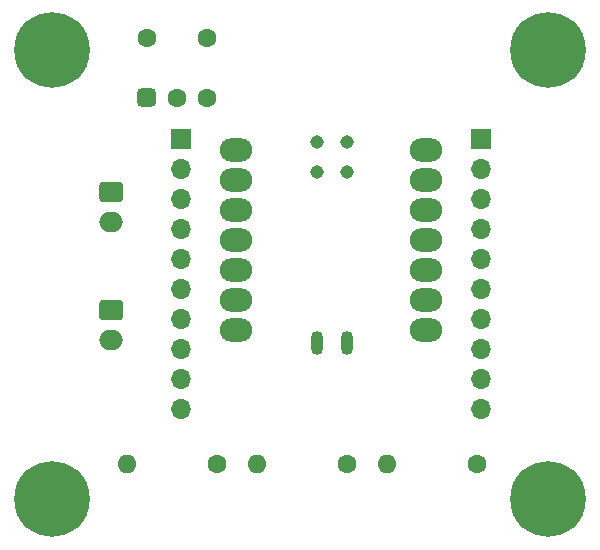
<source format=gbr>
%TF.GenerationSoftware,KiCad,Pcbnew,(5.1.9)-1*%
%TF.CreationDate,2022-06-16T16:59:39+09:00*%
%TF.ProjectId,Transmitter,5472616e-736d-4697-9474-65722e6b6963,rev?*%
%TF.SameCoordinates,Original*%
%TF.FileFunction,Soldermask,Top*%
%TF.FilePolarity,Negative*%
%FSLAX46Y46*%
G04 Gerber Fmt 4.6, Leading zero omitted, Abs format (unit mm)*
G04 Created by KiCad (PCBNEW (5.1.9)-1) date 2022-06-16 16:59:39*
%MOMM*%
%LPD*%
G01*
G04 APERTURE LIST*
%ADD10C,0.800000*%
%ADD11C,6.400000*%
%ADD12O,2.000000X1.700000*%
%ADD13R,1.700000X1.700000*%
%ADD14O,1.700000X1.700000*%
%ADD15C,1.600000*%
%ADD16O,1.600000X1.600000*%
%ADD17O,2.748280X1.998980*%
%ADD18O,1.016000X2.032000*%
%ADD19C,1.143000*%
G04 APERTURE END LIST*
D10*
%TO.C,REF\u002A\u002A*%
X168697056Y-110302944D03*
X167000000Y-109600000D03*
X165302944Y-110302944D03*
X164600000Y-112000000D03*
X165302944Y-113697056D03*
X167000000Y-114400000D03*
X168697056Y-113697056D03*
X169400000Y-112000000D03*
D11*
X167000000Y-112000000D03*
%TD*%
D10*
%TO.C,REF\u002A\u002A*%
X126697056Y-110302944D03*
X125000000Y-109600000D03*
X123302944Y-110302944D03*
X122600000Y-112000000D03*
X123302944Y-113697056D03*
X125000000Y-114400000D03*
X126697056Y-113697056D03*
X127400000Y-112000000D03*
D11*
X125000000Y-112000000D03*
%TD*%
D10*
%TO.C,REF\u002A\u002A*%
X168697056Y-72302944D03*
X167000000Y-71600000D03*
X165302944Y-72302944D03*
X164600000Y-74000000D03*
X165302944Y-75697056D03*
X167000000Y-76400000D03*
X168697056Y-75697056D03*
X169400000Y-74000000D03*
D11*
X167000000Y-74000000D03*
%TD*%
D10*
%TO.C,REF\u002A\u002A*%
X126697056Y-72302944D03*
X125000000Y-71600000D03*
X123302944Y-72302944D03*
X122600000Y-74000000D03*
X123302944Y-75697056D03*
X125000000Y-76400000D03*
X126697056Y-75697056D03*
X127400000Y-74000000D03*
D11*
X125000000Y-74000000D03*
%TD*%
%TO.C,ESS*%
G36*
G01*
X129250000Y-95150000D02*
X130750000Y-95150000D01*
G75*
G02*
X131000000Y-95400000I0J-250000D01*
G01*
X131000000Y-96600000D01*
G75*
G02*
X130750000Y-96850000I-250000J0D01*
G01*
X129250000Y-96850000D01*
G75*
G02*
X129000000Y-96600000I0J250000D01*
G01*
X129000000Y-95400000D01*
G75*
G02*
X129250000Y-95150000I250000J0D01*
G01*
G37*
D12*
X130000000Y-98500000D03*
%TD*%
D13*
%TO.C,J3*%
X135890000Y-81550000D03*
D14*
X135890000Y-84090000D03*
X135890000Y-86630000D03*
X135890000Y-89170000D03*
X135890000Y-91710000D03*
X135890000Y-94250000D03*
X135890000Y-96790000D03*
X135890000Y-99330000D03*
X135890000Y-101870000D03*
X135890000Y-104410000D03*
%TD*%
%TO.C,J4*%
X161290000Y-104410000D03*
X161290000Y-101870000D03*
X161290000Y-99330000D03*
X161290000Y-96790000D03*
X161290000Y-94250000D03*
X161290000Y-91710000D03*
X161290000Y-89170000D03*
X161290000Y-86630000D03*
X161290000Y-84090000D03*
D13*
X161290000Y-81550000D03*
%TD*%
%TO.C,5V*%
G36*
G01*
X129250000Y-85150000D02*
X130750000Y-85150000D01*
G75*
G02*
X131000000Y-85400000I0J-250000D01*
G01*
X131000000Y-86600000D01*
G75*
G02*
X130750000Y-86850000I-250000J0D01*
G01*
X129250000Y-86850000D01*
G75*
G02*
X129000000Y-86600000I0J250000D01*
G01*
X129000000Y-85400000D01*
G75*
G02*
X129250000Y-85150000I250000J0D01*
G01*
G37*
D12*
X130000000Y-88500000D03*
%TD*%
D15*
%TO.C,SW*%
X138080000Y-72920000D03*
X133000000Y-72920000D03*
G36*
G01*
X132600000Y-77200000D02*
X133400000Y-77200000D01*
G75*
G02*
X133800000Y-77600000I0J-400000D01*
G01*
X133800000Y-78400000D01*
G75*
G02*
X133400000Y-78800000I-400000J0D01*
G01*
X132600000Y-78800000D01*
G75*
G02*
X132200000Y-78400000I0J400000D01*
G01*
X132200000Y-77600000D01*
G75*
G02*
X132600000Y-77200000I400000J0D01*
G01*
G37*
X135540000Y-78000000D03*
X138080000Y-78000000D03*
%TD*%
%TO.C,R1*%
X139000000Y-109000000D03*
D16*
X131380000Y-109000000D03*
%TD*%
D15*
%TO.C,R2*%
X150000000Y-109000000D03*
D16*
X142380000Y-109000000D03*
%TD*%
D15*
%TO.C,R3*%
X161000000Y-109000000D03*
D16*
X153380000Y-109000000D03*
%TD*%
D17*
%TO.C,U1*%
X156697680Y-82482180D03*
X156697680Y-85022180D03*
X156697680Y-87562180D03*
X156697680Y-90102180D03*
X156697680Y-92642180D03*
X156697680Y-95182180D03*
X156697680Y-97722180D03*
X140533120Y-97722180D03*
X140533120Y-95182180D03*
X140533120Y-92642180D03*
X140533120Y-90102180D03*
X140533120Y-87562180D03*
X140533120Y-85022180D03*
X140533120Y-82482180D03*
D18*
X147400000Y-98800000D03*
X149950000Y-98800000D03*
D19*
X147398803Y-81795813D03*
X149938803Y-81795813D03*
X147398803Y-84335813D03*
X149938803Y-84335813D03*
%TD*%
M02*

</source>
